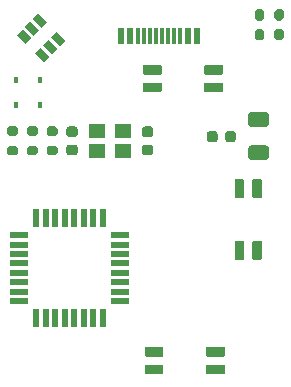
<source format=gbr>
%TF.GenerationSoftware,KiCad,Pcbnew,(5.1.10)-1*%
%TF.CreationDate,2021-09-22T23:53:17+02:00*%
%TF.ProjectId,iso,69736f2e-6b69-4636-9164-5f7063625858,rev?*%
%TF.SameCoordinates,Original*%
%TF.FileFunction,Paste,Bot*%
%TF.FilePolarity,Positive*%
%FSLAX46Y46*%
G04 Gerber Fmt 4.6, Leading zero omitted, Abs format (unit mm)*
G04 Created by KiCad (PCBNEW (5.1.10)-1) date 2021-09-22 23:53:17*
%MOMM*%
%LPD*%
G01*
G04 APERTURE LIST*
%ADD10R,0.450000X0.600000*%
%ADD11R,0.600000X1.450000*%
%ADD12R,0.300000X1.450000*%
%ADD13R,1.600000X0.550000*%
%ADD14R,0.550000X1.600000*%
%ADD15R,1.400000X1.200000*%
%ADD16C,0.100000*%
G04 APERTURE END LIST*
%TO.C,C1*%
G36*
G01*
X159898200Y-76762800D02*
X159898200Y-77262800D01*
G75*
G02*
X159673200Y-77487800I-225000J0D01*
G01*
X159223200Y-77487800D01*
G75*
G02*
X158998200Y-77262800I0J225000D01*
G01*
X158998200Y-76762800D01*
G75*
G02*
X159223200Y-76537800I225000J0D01*
G01*
X159673200Y-76537800D01*
G75*
G02*
X159898200Y-76762800I0J-225000D01*
G01*
G37*
G36*
G01*
X161448200Y-76762800D02*
X161448200Y-77262800D01*
G75*
G02*
X161223200Y-77487800I-225000J0D01*
G01*
X160773200Y-77487800D01*
G75*
G02*
X160548200Y-77262800I0J225000D01*
G01*
X160548200Y-76762800D01*
G75*
G02*
X160773200Y-76537800I225000J0D01*
G01*
X161223200Y-76537800D01*
G75*
G02*
X161448200Y-76762800I0J-225000D01*
G01*
G37*
%TD*%
%TO.C,R5*%
G36*
G01*
X142819800Y-76943400D02*
X142269800Y-76943400D01*
G75*
G02*
X142069800Y-76743400I0J200000D01*
G01*
X142069800Y-76343400D01*
G75*
G02*
X142269800Y-76143400I200000J0D01*
G01*
X142819800Y-76143400D01*
G75*
G02*
X143019800Y-76343400I0J-200000D01*
G01*
X143019800Y-76743400D01*
G75*
G02*
X142819800Y-76943400I-200000J0D01*
G01*
G37*
G36*
G01*
X142819800Y-78593400D02*
X142269800Y-78593400D01*
G75*
G02*
X142069800Y-78393400I0J200000D01*
G01*
X142069800Y-77993400D01*
G75*
G02*
X142269800Y-77793400I200000J0D01*
G01*
X142819800Y-77793400D01*
G75*
G02*
X143019800Y-77993400I0J-200000D01*
G01*
X143019800Y-78393400D01*
G75*
G02*
X142819800Y-78593400I-200000J0D01*
G01*
G37*
%TD*%
%TO.C,R4*%
G36*
G01*
X144496200Y-76943400D02*
X143946200Y-76943400D01*
G75*
G02*
X143746200Y-76743400I0J200000D01*
G01*
X143746200Y-76343400D01*
G75*
G02*
X143946200Y-76143400I200000J0D01*
G01*
X144496200Y-76143400D01*
G75*
G02*
X144696200Y-76343400I0J-200000D01*
G01*
X144696200Y-76743400D01*
G75*
G02*
X144496200Y-76943400I-200000J0D01*
G01*
G37*
G36*
G01*
X144496200Y-78593400D02*
X143946200Y-78593400D01*
G75*
G02*
X143746200Y-78393400I0J200000D01*
G01*
X143746200Y-77993400D01*
G75*
G02*
X143946200Y-77793400I200000J0D01*
G01*
X144496200Y-77793400D01*
G75*
G02*
X144696200Y-77993400I0J-200000D01*
G01*
X144696200Y-78393400D01*
G75*
G02*
X144496200Y-78593400I-200000J0D01*
G01*
G37*
%TD*%
%TO.C,R3*%
G36*
G01*
X145622600Y-77793400D02*
X146172600Y-77793400D01*
G75*
G02*
X146372600Y-77993400I0J-200000D01*
G01*
X146372600Y-78393400D01*
G75*
G02*
X146172600Y-78593400I-200000J0D01*
G01*
X145622600Y-78593400D01*
G75*
G02*
X145422600Y-78393400I0J200000D01*
G01*
X145422600Y-77993400D01*
G75*
G02*
X145622600Y-77793400I200000J0D01*
G01*
G37*
G36*
G01*
X145622600Y-76143400D02*
X146172600Y-76143400D01*
G75*
G02*
X146372600Y-76343400I0J-200000D01*
G01*
X146372600Y-76743400D01*
G75*
G02*
X146172600Y-76943400I-200000J0D01*
G01*
X145622600Y-76943400D01*
G75*
G02*
X145422600Y-76743400I0J200000D01*
G01*
X145422600Y-76343400D01*
G75*
G02*
X145622600Y-76143400I200000J0D01*
G01*
G37*
%TD*%
%TO.C,R2*%
G36*
G01*
X163862200Y-68101800D02*
X163862200Y-68651800D01*
G75*
G02*
X163662200Y-68851800I-200000J0D01*
G01*
X163262200Y-68851800D01*
G75*
G02*
X163062200Y-68651800I0J200000D01*
G01*
X163062200Y-68101800D01*
G75*
G02*
X163262200Y-67901800I200000J0D01*
G01*
X163662200Y-67901800D01*
G75*
G02*
X163862200Y-68101800I0J-200000D01*
G01*
G37*
G36*
G01*
X165512200Y-68101800D02*
X165512200Y-68651800D01*
G75*
G02*
X165312200Y-68851800I-200000J0D01*
G01*
X164912200Y-68851800D01*
G75*
G02*
X164712200Y-68651800I0J200000D01*
G01*
X164712200Y-68101800D01*
G75*
G02*
X164912200Y-67901800I200000J0D01*
G01*
X165312200Y-67901800D01*
G75*
G02*
X165512200Y-68101800I0J-200000D01*
G01*
G37*
%TD*%
%TO.C,R1*%
G36*
G01*
X163862200Y-66425400D02*
X163862200Y-66975400D01*
G75*
G02*
X163662200Y-67175400I-200000J0D01*
G01*
X163262200Y-67175400D01*
G75*
G02*
X163062200Y-66975400I0J200000D01*
G01*
X163062200Y-66425400D01*
G75*
G02*
X163262200Y-66225400I200000J0D01*
G01*
X163662200Y-66225400D01*
G75*
G02*
X163862200Y-66425400I0J-200000D01*
G01*
G37*
G36*
G01*
X165512200Y-66425400D02*
X165512200Y-66975400D01*
G75*
G02*
X165312200Y-67175400I-200000J0D01*
G01*
X164912200Y-67175400D01*
G75*
G02*
X164712200Y-66975400I0J200000D01*
G01*
X164712200Y-66425400D01*
G75*
G02*
X164912200Y-66225400I200000J0D01*
G01*
X165312200Y-66225400D01*
G75*
G02*
X165512200Y-66425400I0J-200000D01*
G01*
G37*
%TD*%
D10*
%TO.C,D2*%
X142798800Y-72203600D03*
X142798800Y-74303600D03*
%TD*%
%TO.C,D1*%
X144881600Y-72203600D03*
X144881600Y-74303600D03*
%TD*%
%TO.C,C8*%
G36*
G01*
X147324000Y-77693400D02*
X147824000Y-77693400D01*
G75*
G02*
X148049000Y-77918400I0J-225000D01*
G01*
X148049000Y-78368400D01*
G75*
G02*
X147824000Y-78593400I-225000J0D01*
G01*
X147324000Y-78593400D01*
G75*
G02*
X147099000Y-78368400I0J225000D01*
G01*
X147099000Y-77918400D01*
G75*
G02*
X147324000Y-77693400I225000J0D01*
G01*
G37*
G36*
G01*
X147324000Y-76143400D02*
X147824000Y-76143400D01*
G75*
G02*
X148049000Y-76368400I0J-225000D01*
G01*
X148049000Y-76818400D01*
G75*
G02*
X147824000Y-77043400I-225000J0D01*
G01*
X147324000Y-77043400D01*
G75*
G02*
X147099000Y-76818400I0J225000D01*
G01*
X147099000Y-76368400D01*
G75*
G02*
X147324000Y-76143400I225000J0D01*
G01*
G37*
%TD*%
%TO.C,C7*%
G36*
G01*
X154224800Y-77043400D02*
X153724800Y-77043400D01*
G75*
G02*
X153499800Y-76818400I0J225000D01*
G01*
X153499800Y-76368400D01*
G75*
G02*
X153724800Y-76143400I225000J0D01*
G01*
X154224800Y-76143400D01*
G75*
G02*
X154449800Y-76368400I0J-225000D01*
G01*
X154449800Y-76818400D01*
G75*
G02*
X154224800Y-77043400I-225000J0D01*
G01*
G37*
G36*
G01*
X154224800Y-78593400D02*
X153724800Y-78593400D01*
G75*
G02*
X153499800Y-78368400I0J225000D01*
G01*
X153499800Y-77918400D01*
G75*
G02*
X153724800Y-77693400I225000J0D01*
G01*
X154224800Y-77693400D01*
G75*
G02*
X154449800Y-77918400I0J-225000D01*
G01*
X154449800Y-78368400D01*
G75*
G02*
X154224800Y-78593400I-225000J0D01*
G01*
G37*
%TD*%
%TO.C,LED3*%
G36*
G01*
X155090000Y-71745200D02*
X153654000Y-71745200D01*
G75*
G02*
X153572000Y-71663200I0J82000D01*
G01*
X153572000Y-71007200D01*
G75*
G02*
X153654000Y-70925200I82000J0D01*
G01*
X155090000Y-70925200D01*
G75*
G02*
X155172000Y-71007200I0J-82000D01*
G01*
X155172000Y-71663200D01*
G75*
G02*
X155090000Y-71745200I-82000J0D01*
G01*
G37*
G36*
G01*
X155090000Y-73245200D02*
X153654000Y-73245200D01*
G75*
G02*
X153572000Y-73163200I0J82000D01*
G01*
X153572000Y-72507200D01*
G75*
G02*
X153654000Y-72425200I82000J0D01*
G01*
X155090000Y-72425200D01*
G75*
G02*
X155172000Y-72507200I0J-82000D01*
G01*
X155172000Y-73163200D01*
G75*
G02*
X155090000Y-73245200I-82000J0D01*
G01*
G37*
G36*
G01*
X160290000Y-71745200D02*
X158854000Y-71745200D01*
G75*
G02*
X158772000Y-71663200I0J82000D01*
G01*
X158772000Y-71007200D01*
G75*
G02*
X158854000Y-70925200I82000J0D01*
G01*
X160290000Y-70925200D01*
G75*
G02*
X160372000Y-71007200I0J-82000D01*
G01*
X160372000Y-71663200D01*
G75*
G02*
X160290000Y-71745200I-82000J0D01*
G01*
G37*
G36*
G01*
X160290000Y-73245200D02*
X158854000Y-73245200D01*
G75*
G02*
X158772000Y-73163200I0J82000D01*
G01*
X158772000Y-72507200D01*
G75*
G02*
X158854000Y-72425200I82000J0D01*
G01*
X160290000Y-72425200D01*
G75*
G02*
X160372000Y-72507200I0J-82000D01*
G01*
X160372000Y-73163200D01*
G75*
G02*
X160290000Y-73245200I-82000J0D01*
G01*
G37*
%TD*%
%TO.C,LED2*%
G36*
G01*
X162169200Y-85905200D02*
X162169200Y-87341200D01*
G75*
G02*
X162087200Y-87423200I-82000J0D01*
G01*
X161431200Y-87423200D01*
G75*
G02*
X161349200Y-87341200I0J82000D01*
G01*
X161349200Y-85905200D01*
G75*
G02*
X161431200Y-85823200I82000J0D01*
G01*
X162087200Y-85823200D01*
G75*
G02*
X162169200Y-85905200I0J-82000D01*
G01*
G37*
G36*
G01*
X163669200Y-85905200D02*
X163669200Y-87341200D01*
G75*
G02*
X163587200Y-87423200I-82000J0D01*
G01*
X162931200Y-87423200D01*
G75*
G02*
X162849200Y-87341200I0J82000D01*
G01*
X162849200Y-85905200D01*
G75*
G02*
X162931200Y-85823200I82000J0D01*
G01*
X163587200Y-85823200D01*
G75*
G02*
X163669200Y-85905200I0J-82000D01*
G01*
G37*
G36*
G01*
X162169200Y-80705200D02*
X162169200Y-82141200D01*
G75*
G02*
X162087200Y-82223200I-82000J0D01*
G01*
X161431200Y-82223200D01*
G75*
G02*
X161349200Y-82141200I0J82000D01*
G01*
X161349200Y-80705200D01*
G75*
G02*
X161431200Y-80623200I82000J0D01*
G01*
X162087200Y-80623200D01*
G75*
G02*
X162169200Y-80705200I0J-82000D01*
G01*
G37*
G36*
G01*
X163669200Y-80705200D02*
X163669200Y-82141200D01*
G75*
G02*
X163587200Y-82223200I-82000J0D01*
G01*
X162931200Y-82223200D01*
G75*
G02*
X162849200Y-82141200I0J82000D01*
G01*
X162849200Y-80705200D01*
G75*
G02*
X162931200Y-80623200I82000J0D01*
G01*
X163587200Y-80623200D01*
G75*
G02*
X163669200Y-80705200I0J-82000D01*
G01*
G37*
%TD*%
%TO.C,F1*%
G36*
G01*
X163997800Y-76187000D02*
X162747800Y-76187000D01*
G75*
G02*
X162497800Y-75937000I0J250000D01*
G01*
X162497800Y-75187000D01*
G75*
G02*
X162747800Y-74937000I250000J0D01*
G01*
X163997800Y-74937000D01*
G75*
G02*
X164247800Y-75187000I0J-250000D01*
G01*
X164247800Y-75937000D01*
G75*
G02*
X163997800Y-76187000I-250000J0D01*
G01*
G37*
G36*
G01*
X163997800Y-78987000D02*
X162747800Y-78987000D01*
G75*
G02*
X162497800Y-78737000I0J250000D01*
G01*
X162497800Y-77987000D01*
G75*
G02*
X162747800Y-77737000I250000J0D01*
G01*
X163997800Y-77737000D01*
G75*
G02*
X164247800Y-77987000I0J-250000D01*
G01*
X164247800Y-78737000D01*
G75*
G02*
X163997800Y-78987000I-250000J0D01*
G01*
G37*
%TD*%
%TO.C,LED1*%
G36*
G01*
X155242400Y-95621200D02*
X153806400Y-95621200D01*
G75*
G02*
X153724400Y-95539200I0J82000D01*
G01*
X153724400Y-94883200D01*
G75*
G02*
X153806400Y-94801200I82000J0D01*
G01*
X155242400Y-94801200D01*
G75*
G02*
X155324400Y-94883200I0J-82000D01*
G01*
X155324400Y-95539200D01*
G75*
G02*
X155242400Y-95621200I-82000J0D01*
G01*
G37*
G36*
G01*
X155242400Y-97121200D02*
X153806400Y-97121200D01*
G75*
G02*
X153724400Y-97039200I0J82000D01*
G01*
X153724400Y-96383200D01*
G75*
G02*
X153806400Y-96301200I82000J0D01*
G01*
X155242400Y-96301200D01*
G75*
G02*
X155324400Y-96383200I0J-82000D01*
G01*
X155324400Y-97039200D01*
G75*
G02*
X155242400Y-97121200I-82000J0D01*
G01*
G37*
G36*
G01*
X160442400Y-95621200D02*
X159006400Y-95621200D01*
G75*
G02*
X158924400Y-95539200I0J82000D01*
G01*
X158924400Y-94883200D01*
G75*
G02*
X159006400Y-94801200I82000J0D01*
G01*
X160442400Y-94801200D01*
G75*
G02*
X160524400Y-94883200I0J-82000D01*
G01*
X160524400Y-95539200D01*
G75*
G02*
X160442400Y-95621200I-82000J0D01*
G01*
G37*
G36*
G01*
X160442400Y-97121200D02*
X159006400Y-97121200D01*
G75*
G02*
X158924400Y-97039200I0J82000D01*
G01*
X158924400Y-96383200D01*
G75*
G02*
X159006400Y-96301200I82000J0D01*
G01*
X160442400Y-96301200D01*
G75*
G02*
X160524400Y-96383200I0J-82000D01*
G01*
X160524400Y-97039200D01*
G75*
G02*
X160442400Y-97121200I-82000J0D01*
G01*
G37*
%TD*%
D11*
%TO.C,USB1*%
X158190000Y-68510200D03*
X157390000Y-68510200D03*
X152490000Y-68510200D03*
X151690000Y-68510200D03*
X151690000Y-68510200D03*
X152490000Y-68510200D03*
X157390000Y-68510200D03*
X158190000Y-68510200D03*
D12*
X153190000Y-68510200D03*
X153690000Y-68510200D03*
X154190000Y-68510200D03*
X155190000Y-68510200D03*
X155690000Y-68510200D03*
X156190000Y-68510200D03*
X156690000Y-68510200D03*
X154690000Y-68510200D03*
%TD*%
D13*
%TO.C,U1*%
X143120800Y-85338000D03*
X143120800Y-86138000D03*
X143120800Y-86938000D03*
X143120800Y-87738000D03*
X143120800Y-88538000D03*
X143120800Y-89338000D03*
X143120800Y-90138000D03*
X143120800Y-90938000D03*
D14*
X144570800Y-92388000D03*
X145370800Y-92388000D03*
X146170800Y-92388000D03*
X146970800Y-92388000D03*
X147770800Y-92388000D03*
X148570800Y-92388000D03*
X149370800Y-92388000D03*
X150170800Y-92388000D03*
D13*
X151620800Y-90938000D03*
X151620800Y-90138000D03*
X151620800Y-89338000D03*
X151620800Y-88538000D03*
X151620800Y-87738000D03*
X151620800Y-86938000D03*
X151620800Y-86138000D03*
X151620800Y-85338000D03*
D14*
X150170800Y-83888000D03*
X149370800Y-83888000D03*
X148570800Y-83888000D03*
X147770800Y-83888000D03*
X146970800Y-83888000D03*
X146170800Y-83888000D03*
X145370800Y-83888000D03*
X144570800Y-83888000D03*
%TD*%
D15*
%TO.C,X1*%
X151874400Y-76518400D03*
X149674400Y-76518400D03*
X149674400Y-78218400D03*
X151874400Y-78218400D03*
%TD*%
D16*
%TO.C,U2*%
G36*
X145156441Y-69263660D02*
G01*
X145616060Y-68804041D01*
X146365593Y-69553574D01*
X145905974Y-70013193D01*
X145156441Y-69263660D01*
G37*
G36*
X144484690Y-69935412D02*
G01*
X144944309Y-69475793D01*
X145693842Y-70225326D01*
X145234223Y-70684945D01*
X144484690Y-69935412D01*
G37*
G36*
X145828193Y-68591909D02*
G01*
X146287812Y-68132290D01*
X147037345Y-68881823D01*
X146577726Y-69341442D01*
X145828193Y-68591909D01*
G37*
G36*
X144272558Y-67036274D02*
G01*
X144732177Y-66576655D01*
X145481710Y-67326188D01*
X145022091Y-67785807D01*
X144272558Y-67036274D01*
G37*
G36*
X143600807Y-67708026D02*
G01*
X144060426Y-67248407D01*
X144809959Y-67997940D01*
X144350340Y-68457559D01*
X143600807Y-67708026D01*
G37*
G36*
X142929055Y-68379777D02*
G01*
X143388674Y-67920158D01*
X144138207Y-68669691D01*
X143678588Y-69129310D01*
X142929055Y-68379777D01*
G37*
%TD*%
M02*

</source>
